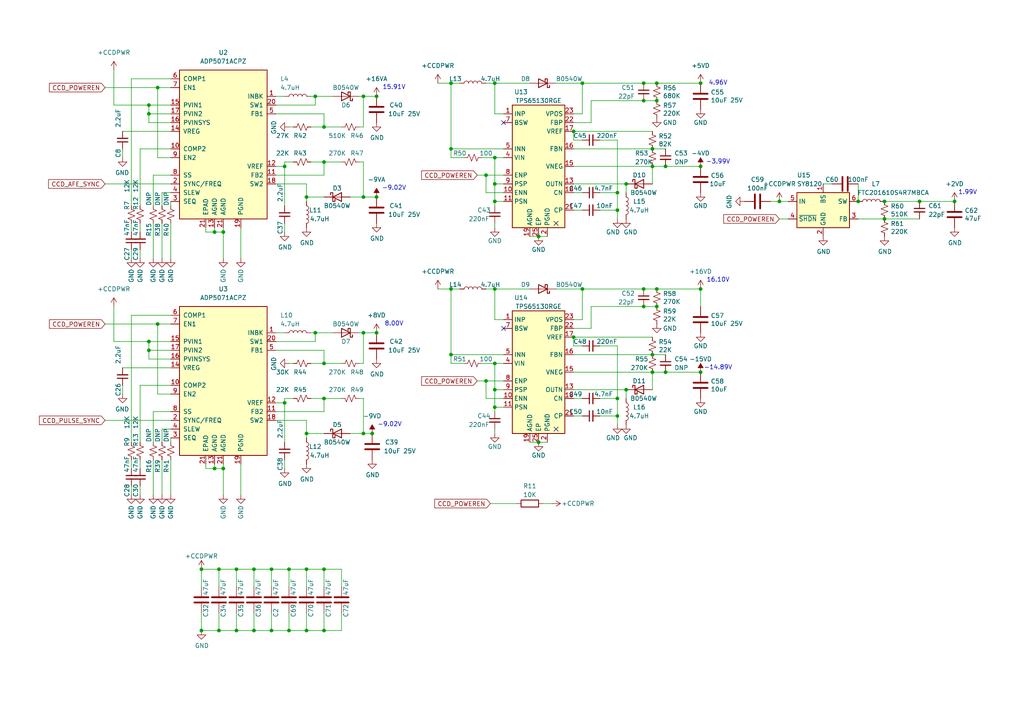
<source format=kicad_sch>
(kicad_sch (version 20231120) (generator "eeschema") (generator_version "8.0")
  (paper "A4")
  (title_block (title "Sitina 1 IO Board") (date "2024-03-08") (rev "R0.9") (company "Copyright 2024 Wenting Zhang, Anhang Li"))
  (junction (at 181.61 113.03))
  (junction (at 179.07 120.65))
  (junction (at 105.41 27.94))
  (junction (at 91.44 27.94))
  (junction (at 156.21 68.58))
  (junction (at 88.9 182.88))
  (junction (at 186.69 88.9))
  (junction (at 186.69 83.82))
  (junction (at 276.86 58.42))
  (junction (at 68.58 182.88))
  (junction (at 193.04 48.26))
  (junction (at 203.2 24.13))
  (junction (at 140.97 110.49))
  (junction (at 189.23 102.87))
  (junction (at 190.5 83.82))
  (junction (at 43.18 101.6))
  (junction (at 93.98 36.83))
  (junction (at 78.74 165.1))
  (junction (at 143.51 24.13))
  (junction (at 105.41 125.73))
  (junction (at 156.21 128.27))
  (junction (at 130.81 43.18))
  (junction (at 88.9 57.15))
  (junction (at 64.77 67.31))
  (junction (at 140.97 50.8))
  (junction (at 203.2 107.95))
  (junction (at 168.91 83.82))
  (junction (at 226.06 58.42))
  (junction (at 105.41 96.52))
  (junction (at 45.72 93.98))
  (junction (at 248.92 58.42))
  (junction (at 82.55 48.26))
  (junction (at 166.37 97.79))
  (junction (at 256.54 63.5))
  (junction (at 73.66 165.1))
  (junction (at 93.98 105.41))
  (junction (at 256.54 58.42))
  (junction (at 91.44 96.52))
  (junction (at 62.23 135.89))
  (junction (at 203.2 48.26))
  (junction (at 190.5 88.9))
  (junction (at 130.81 102.87))
  (junction (at 109.22 96.52))
  (junction (at 166.37 38.1))
  (junction (at 143.51 105.41))
  (junction (at 186.69 29.21))
  (junction (at 64.77 135.89))
  (junction (at 143.51 113.03))
  (junction (at 189.23 48.26))
  (junction (at 186.69 24.13))
  (junction (at 63.5 165.1))
  (junction (at 189.23 43.18))
  (junction (at 93.98 115.57))
  (junction (at 83.82 182.88))
  (junction (at 181.61 53.34))
  (junction (at 179.07 115.57))
  (junction (at 78.74 182.88))
  (junction (at 190.5 29.21))
  (junction (at 143.51 58.42))
  (junction (at 58.42 182.88))
  (junction (at 130.81 24.13))
  (junction (at 83.82 165.1))
  (junction (at 143.51 45.72))
  (junction (at 143.51 118.11))
  (junction (at 266.7 58.42))
  (junction (at 88.9 165.1))
  (junction (at 73.66 182.88))
  (junction (at 43.18 33.02))
  (junction (at 193.04 107.95))
  (junction (at 43.18 30.48))
  (junction (at 179.07 60.96))
  (junction (at 93.98 165.1))
  (junction (at 179.07 55.88))
  (junction (at 68.58 165.1))
  (junction (at 82.55 116.84))
  (junction (at 130.81 83.82))
  (junction (at 88.9 125.73))
  (junction (at 143.51 83.82))
  (junction (at 58.42 165.1))
  (junction (at 189.23 107.95))
  (junction (at 62.23 67.31))
  (junction (at 45.72 25.4))
  (junction (at 93.98 46.99))
  (junction (at 107.95 125.73))
  (junction (at 93.98 182.88))
  (junction (at 63.5 182.88))
  (junction (at 168.91 24.13))
  (junction (at 43.18 99.06))
  (junction (at 109.22 57.15))
  (junction (at 190.5 24.13))
  (junction (at 203.2 83.82))
  (junction (at 109.22 27.94))
  (junction (at 105.41 57.15))
  (junction (at 143.51 53.34))
  (no_connect (at 146.05 35.56))
  (no_connect (at 161.29 124.46))
  (no_connect (at 146.05 95.25))
  (no_connect (at 161.29 64.77))
  (wire (pts (xy 105.41 36.83) (xy 105.41 27.94)))
  (wire (pts (xy 58.42 165.1) (xy 58.42 170.18)))
  (wire (pts (xy 35.56 111.76) (xy 35.56 114.3)))
  (wire (pts (xy 88.9 125.73) (xy 88.9 121.92)))
  (wire (pts (xy 238.76 53.34) (xy 241.3 53.34)))
  (wire (pts (xy 166.37 40.64) (xy 166.37 38.1)))
  (wire (pts (xy 153.67 128.27) (xy 156.21 128.27)))
  (wire (pts (xy 168.91 83.82) (xy 168.91 92.71)))
  (wire (pts (xy 146.05 55.88) (xy 140.97 55.88)))
  (wire (pts (xy 138.43 110.49) (xy 140.97 110.49)))
  (wire (pts (xy 143.51 124.46) (xy 143.51 125.73)))
  (wire (pts (xy 189.23 107.95) (xy 189.23 113.03)))
  (wire (pts (xy 166.37 100.33) (xy 166.37 97.79)))
  (wire (pts (xy 59.69 66.04) (xy 59.69 67.31)))
  (wire (pts (xy 59.69 67.31) (xy 62.23 67.31)))
  (wire (pts (xy 44.45 128.27) (xy 44.45 119.38)))
  (wire (pts (xy 171.45 88.9) (xy 186.69 88.9)))
  (wire (pts (xy 143.51 118.11) (xy 143.51 119.38)))
  (wire (pts (xy 46.99 124.46) (xy 49.53 124.46)))
  (wire (pts (xy 143.51 113.03) (xy 143.51 118.11)))
  (wire (pts (xy 104.14 115.57) (xy 105.41 115.57)))
  (wire (pts (xy 166.37 60.96) (xy 168.91 60.96)))
  (wire (pts (xy 35.56 43.18) (xy 35.56 45.72)))
  (wire (pts (xy 88.9 125.73) (xy 93.98 125.73)))
  (wire (pts (xy 68.58 182.88) (xy 73.66 182.88)))
  (wire (pts (xy 90.17 36.83) (xy 93.98 36.83)))
  (wire (pts (xy 85.09 105.41) (xy 83.82 105.41)))
  (wire (pts (xy 161.29 24.13) (xy 168.91 24.13)))
  (wire (pts (xy 156.21 128.27) (xy 158.75 128.27)))
  (wire (pts (xy 30.48 121.92) (xy 49.53 121.92)))
  (wire (pts (xy 49.53 59.69) (xy 49.53 58.42)))
  (wire (pts (xy 49.53 25.4) (xy 45.72 25.4)))
  (wire (pts (xy 43.18 30.48) (xy 43.18 33.02)))
  (wire (pts (xy 93.98 101.6) (xy 80.01 101.6)))
  (wire (pts (xy 166.37 53.34) (xy 181.61 53.34)))
  (wire (pts (xy 153.67 83.82) (xy 143.51 83.82)))
  (wire (pts (xy 193.04 107.95) (xy 203.2 107.95)))
  (wire (pts (xy 130.81 102.87) (xy 146.05 102.87)))
  (wire (pts (xy 78.74 165.1) (xy 78.74 170.18)))
  (wire (pts (xy 173.99 100.33) (xy 179.07 100.33)))
  (wire (pts (xy 40.64 74.93) (xy 40.64 72.39)))
  (wire (pts (xy 166.37 92.71) (xy 168.91 92.71)))
  (wire (pts (xy 80.01 48.26) (xy 82.55 48.26)))
  (wire (pts (xy 130.81 105.41) (xy 130.81 102.87)))
  (wire (pts (xy 62.23 134.62) (xy 62.23 135.89)))
  (wire (pts (xy 40.64 128.27) (xy 40.64 111.76)))
  (wire (pts (xy 173.99 60.96) (xy 179.07 60.96)))
  (wire (pts (xy 143.51 45.72) (xy 146.05 45.72)))
  (wire (pts (xy 38.1 59.69) (xy 38.1 22.86)))
  (wire (pts (xy 90.17 96.52) (xy 91.44 96.52)))
  (wire (pts (xy 43.18 33.02) (xy 43.18 35.56)))
  (wire (pts (xy 38.1 22.86) (xy 49.53 22.86)))
  (wire (pts (xy 63.5 177.8) (xy 63.5 182.88)))
  (wire (pts (xy 58.42 165.1) (xy 63.5 165.1)))
  (wire (pts (xy 49.53 30.48) (xy 43.18 30.48)))
  (wire (pts (xy 45.72 114.3) (xy 49.53 114.3)))
  (wire (pts (xy 140.97 115.57) (xy 140.97 110.49)))
  (wire (pts (xy 193.04 48.26) (xy 203.2 48.26)))
  (wire (pts (xy 43.18 99.06) (xy 43.18 101.6)))
  (wire (pts (xy 88.9 121.92) (xy 80.01 121.92)))
  (wire (pts (xy 85.09 46.99) (xy 82.55 46.99)))
  (wire (pts (xy 80.01 50.8) (xy 93.98 50.8)))
  (wire (pts (xy 91.44 30.48) (xy 80.01 30.48)))
  (wire (pts (xy 68.58 165.1) (xy 73.66 165.1)))
  (wire (pts (xy 93.98 177.8) (xy 93.98 182.88)))
  (wire (pts (xy 179.07 100.33) (xy 179.07 115.57)))
  (wire (pts (xy 82.55 96.52) (xy 80.01 96.52)))
  (wire (pts (xy 82.55 64.77) (xy 82.55 67.31)))
  (wire (pts (xy 82.55 46.99) (xy 82.55 48.26)))
  (wire (pts (xy 88.9 177.8) (xy 88.9 182.88)))
  (wire (pts (xy 104.14 46.99) (xy 105.41 46.99)))
  (wire (pts (xy 91.44 96.52) (xy 91.44 99.06)))
  (wire (pts (xy 104.14 105.41) (xy 105.41 105.41)))
  (wire (pts (xy 203.2 88.9) (xy 203.2 83.82)))
  (wire (pts (xy 189.23 107.95) (xy 193.04 107.95)))
  (wire (pts (xy 40.64 59.69) (xy 40.64 43.18)))
  (wire (pts (xy 143.51 24.13) (xy 143.51 33.02)))
  (wire (pts (xy 44.45 119.38) (xy 49.53 119.38)))
  (wire (pts (xy 91.44 99.06) (xy 80.01 99.06)))
  (wire (pts (xy 85.09 36.83) (xy 83.82 36.83)))
  (wire (pts (xy 78.74 182.88) (xy 83.82 182.88)))
  (wire (pts (xy 68.58 177.8) (xy 68.58 182.88)))
  (wire (pts (xy 166.37 97.79) (xy 189.23 97.79)))
  (wire (pts (xy 168.91 24.13) (xy 186.69 24.13)))
  (wire (pts (xy 166.37 38.1) (xy 189.23 38.1)))
  (wire (pts (xy 153.67 24.13) (xy 143.51 24.13)))
  (wire (pts (xy 73.66 177.8) (xy 73.66 182.88)))
  (wire (pts (xy 179.07 55.88) (xy 179.07 60.96)))
  (wire (pts (xy 179.07 115.57) (xy 179.07 120.65)))
  (wire (pts (xy 69.85 134.62) (xy 69.85 143.51)))
  (wire (pts (xy 73.66 170.18) (xy 73.66 165.1)))
  (wire (pts (xy 173.99 115.57) (xy 179.07 115.57)))
  (wire (pts (xy 173.99 120.65) (xy 179.07 120.65)))
  (wire (pts (xy 99.06 165.1) (xy 99.06 170.18)))
  (wire (pts (xy 266.7 58.42) (xy 276.86 58.42)))
  (wire (pts (xy 46.99 64.77) (xy 46.99 74.93)))
  (wire (pts (xy 189.23 48.26) (xy 193.04 48.26)))
  (wire (pts (xy 93.98 170.18) (xy 93.98 165.1)))
  (wire (pts (xy 130.81 24.13) (xy 130.81 43.18)))
  (wire (pts (xy 166.37 115.57) (xy 168.91 115.57)))
  (wire (pts (xy 186.69 24.13) (xy 190.5 24.13)))
  (wire (pts (xy 256.54 58.42) (xy 266.7 58.42)))
  (wire (pts (xy 105.41 96.52) (xy 109.22 96.52)))
  (wire (pts (xy 88.9 58.42) (xy 88.9 57.15)))
  (wire (pts (xy 49.53 104.14) (xy 43.18 104.14)))
  (wire (pts (xy 85.09 115.57) (xy 82.55 115.57)))
  (wire (pts (xy 30.48 93.98) (xy 45.72 93.98)))
  (wire (pts (xy 44.45 59.69) (xy 44.45 50.8)))
  (wire (pts (xy 88.9 53.34) (xy 80.01 53.34)))
  (wire (pts (xy 93.98 33.02) (xy 80.01 33.02)))
  (wire (pts (xy 62.23 67.31) (xy 64.77 67.31)))
  (wire (pts (xy 142.24 146.05) (xy 149.86 146.05)))
  (wire (pts (xy 64.77 66.04) (xy 64.77 67.31)))
  (wire (pts (xy 181.61 53.34) (xy 181.61 55.88)))
  (wire (pts (xy 140.97 83.82) (xy 143.51 83.82)))
  (wire (pts (xy 130.81 45.72) (xy 134.62 45.72)))
  (wire (pts (xy 58.42 177.8) (xy 58.42 182.88)))
  (wire (pts (xy 33.02 99.06) (xy 43.18 99.06)))
  (wire (pts (xy 35.56 106.68) (xy 49.53 106.68)))
  (wire (pts (xy 49.53 128.27) (xy 49.53 127)))
  (wire (pts (xy 82.55 133.35) (xy 82.55 135.89)))
  (wire (pts (xy 105.41 125.73) (xy 107.95 125.73)))
  (wire (pts (xy 49.53 35.56) (xy 43.18 35.56)))
  (wire (pts (xy 248.92 53.34) (xy 248.92 58.42)))
  (wire (pts (xy 186.69 83.82) (xy 190.5 83.82)))
  (wire (pts (xy 90.17 27.94) (xy 91.44 27.94)))
  (wire (pts (xy 146.05 58.42) (xy 143.51 58.42)))
  (wire (pts (xy 43.18 33.02) (xy 49.53 33.02)))
  (wire (pts (xy 189.23 43.18) (xy 193.04 43.18)))
  (wire (pts (xy 101.6 57.15) (xy 105.41 57.15)))
  (wire (pts (xy 189.23 48.26) (xy 189.23 53.34)))
  (wire (pts (xy 143.51 64.77) (xy 143.51 66.04)))
  (wire (pts (xy 166.37 120.65) (xy 168.91 120.65)))
  (wire (pts (xy 146.05 115.57) (xy 140.97 115.57)))
  (wire (pts (xy 40.64 67.31) (xy 40.64 64.77)))
  (wire (pts (xy 166.37 43.18) (xy 189.23 43.18)))
  (wire (pts (xy 105.41 105.41) (xy 105.41 96.52)))
  (wire (pts (xy 82.55 27.94) (xy 80.01 27.94)))
  (wire (pts (xy 64.77 67.31) (xy 64.77 74.93)))
  (wire (pts (xy 186.69 29.21) (xy 190.5 29.21)))
  (wire (pts (xy 190.5 24.13) (xy 203.2 24.13)))
  (wire (pts (xy 78.74 177.8) (xy 78.74 182.88)))
  (wire (pts (xy 143.51 58.42) (xy 143.51 59.69)))
  (wire (pts (xy 30.48 25.4) (xy 45.72 25.4)))
  (wire (pts (xy 63.5 182.88) (xy 68.58 182.88)))
  (wire (pts (xy 171.45 29.21) (xy 186.69 29.21)))
  (wire (pts (xy 93.98 182.88) (xy 99.06 182.88)))
  (wire (pts (xy 73.66 165.1) (xy 78.74 165.1)))
  (wire (pts (xy 88.9 57.15) (xy 88.9 53.34)))
  (wire (pts (xy 93.98 115.57) (xy 99.06 115.57)))
  (wire (pts (xy 46.99 59.69) (xy 46.99 55.88)))
  (wire (pts (xy 171.45 95.25) (xy 171.45 88.9)))
  (wire (pts (xy 62.23 135.89) (xy 64.77 135.89)))
  (wire (pts (xy 46.99 133.35) (xy 46.99 143.51)))
  (wire (pts (xy 43.18 101.6) (xy 43.18 104.14)))
  (wire (pts (xy 44.45 64.77) (xy 44.45 74.93)))
  (wire (pts (xy 139.7 45.72) (xy 143.51 45.72)))
  (wire (pts (xy 63.5 165.1) (xy 68.58 165.1)))
  (wire (pts (xy 166.37 107.95) (xy 189.23 107.95)))
  (wire (pts (xy 38.1 135.89) (xy 38.1 133.35)))
  (wire (pts (xy 83.82 165.1) (xy 88.9 165.1)))
  (wire (pts (xy 30.48 53.34) (xy 49.53 53.34)))
  (wire (pts (xy 105.41 46.99) (xy 105.41 57.15)))
  (wire (pts (xy 166.37 48.26) (xy 189.23 48.26)))
  (wire (pts (xy 44.45 50.8) (xy 49.53 50.8)))
  (wire (pts (xy 139.7 105.41) (xy 143.51 105.41)))
  (wire (pts (xy 91.44 27.94) (xy 96.52 27.94)))
  (wire (pts (xy 105.41 27.94) (xy 109.22 27.94)))
  (wire (pts (xy 40.64 111.76) (xy 49.53 111.76)))
  (wire (pts (xy 80.01 116.84) (xy 82.55 116.84)))
  (wire (pts (xy 104.14 36.83) (xy 105.41 36.83)))
  (wire (pts (xy 166.37 102.87) (xy 189.23 102.87)))
  (wire (pts (xy 186.69 88.9) (xy 190.5 88.9)))
  (wire (pts (xy 173.99 40.64) (xy 179.07 40.64)))
  (wire (pts (xy 45.72 93.98) (xy 45.72 114.3)))
  (wire (pts (xy 91.44 27.94) (xy 91.44 30.48)))
  (wire (pts (xy 140.97 50.8) (xy 146.05 50.8)))
  (wire (pts (xy 69.85 66.04) (xy 69.85 74.93)))
  (wire (pts (xy 179.07 40.64) (xy 179.07 55.88)))
  (wire (pts (xy 73.66 182.88) (xy 78.74 182.88)))
  (wire (pts (xy 143.51 33.02) (xy 146.05 33.02)))
  (wire (pts (xy 168.91 40.64) (xy 166.37 40.64)))
  (wire (pts (xy 93.98 46.99) (xy 99.06 46.99)))
  (wire (pts (xy 181.61 113.03) (xy 181.61 115.57)))
  (wire (pts (xy 93.98 46.99) (xy 93.98 50.8)))
  (wire (pts (xy 171.45 35.56) (xy 171.45 29.21)))
  (wire (pts (xy 93.98 36.83) (xy 99.06 36.83)))
  (wire (pts (xy 78.74 165.1) (xy 83.82 165.1)))
  (wire (pts (xy 82.55 116.84) (xy 82.55 128.27)))
  (wire (pts (xy 38.1 91.44) (xy 49.53 91.44)))
  (wire (pts (xy 90.17 105.41) (xy 93.98 105.41)))
  (wire (pts (xy 38.1 67.31) (xy 38.1 64.77)))
  (wire (pts (xy 83.82 182.88) (xy 88.9 182.88)))
  (wire (pts (xy 38.1 143.51) (xy 38.1 140.97)))
  (wire (pts (xy 104.14 96.52) (xy 105.41 96.52)))
  (wire (pts (xy 93.98 105.41) (xy 99.06 105.41)))
  (wire (pts (xy 46.99 128.27) (xy 46.99 124.46)))
  (wire (pts (xy 223.52 58.42) (xy 226.06 58.42)))
  (wire (pts (xy 153.67 68.58) (xy 156.21 68.58)))
  (wire (pts (xy 127 83.82) (xy 130.81 83.82)))
  (wire (pts (xy 64.77 135.89) (xy 64.77 143.51)))
  (wire (pts (xy 38.1 74.93) (xy 38.1 72.39)))
  (wire (pts (xy 143.51 105.41) (xy 143.51 113.03)))
  (wire (pts (xy 59.69 134.62) (xy 59.69 135.89)))
  (wire (pts (xy 91.44 96.52) (xy 96.52 96.52)))
  (wire (pts (xy 228.6 63.5) (xy 226.06 63.5)))
  (wire (pts (xy 90.17 115.57) (xy 93.98 115.57)))
  (wire (pts (xy 138.43 50.8) (xy 140.97 50.8)))
  (wire (pts (xy 130.81 83.82) (xy 130.81 102.87)))
  (wire (pts (xy 166.37 95.25) (xy 171.45 95.25)))
  (wire (pts (xy 93.98 115.57) (xy 93.98 119.38)))
  (wire (pts (xy 130.81 105.41) (xy 134.62 105.41)))
  (wire (pts (xy 248.92 63.5) (xy 256.54 63.5)))
  (wire (pts (xy 93.98 101.6) (xy 93.98 105.41)))
  (wire (pts (xy 143.51 92.71) (xy 146.05 92.71)))
  (wire (pts (xy 49.53 133.35) (xy 49.53 143.51)))
  (wire (pts (xy 104.14 27.94) (xy 105.41 27.94)))
  (wire (pts (xy 156.21 68.58) (xy 158.75 68.58)))
  (wire (pts (xy 82.55 115.57) (xy 82.55 116.84)))
  (wire (pts (xy 173.99 55.88) (xy 179.07 55.88)))
  (wire (pts (xy 35.56 38.1) (xy 49.53 38.1)))
  (wire (pts (xy 33.02 30.48) (xy 43.18 30.48)))
  (wire (pts (xy 168.91 100.33) (xy 166.37 100.33)))
  (wire (pts (xy 63.5 170.18) (xy 63.5 165.1)))
  (wire (pts (xy 189.23 102.87) (xy 193.04 102.87)))
  (wire (pts (xy 130.81 43.18) (xy 146.05 43.18)))
  (wire (pts (xy 143.51 105.41) (xy 146.05 105.41)))
  (wire (pts (xy 226.06 58.42) (xy 228.6 58.42)))
  (wire (pts (xy 40.64 135.89) (xy 40.64 133.35)))
  (wire (pts (xy 157.48 146.05) (xy 160.02 146.05)))
  (wire (pts (xy 93.98 165.1) (xy 99.06 165.1)))
  (wire (pts (xy 93.98 33.02) (xy 93.98 36.83)))
  (wire (pts (xy 40.64 143.51) (xy 40.64 140.97)))
  (wire (pts (xy 140.97 110.49) (xy 146.05 110.49)))
  (wire (pts (xy 140.97 55.88) (xy 140.97 50.8)))
  (wire (pts (xy 99.06 177.8) (xy 99.06 182.88)))
  (wire (pts (xy 64.77 134.62) (xy 64.77 135.89)))
  (wire (pts (xy 88.9 170.18) (xy 88.9 165.1)))
  (wire (pts (xy 45.72 45.72) (xy 49.53 45.72)))
  (wire (pts (xy 83.82 170.18) (xy 83.82 165.1)))
  (wire (pts (xy 38.1 128.27) (xy 38.1 91.44)))
  (wire (pts (xy 143.51 83.82) (xy 143.51 92.71)))
  (wire (pts (xy 130.81 83.82) (xy 133.35 83.82)))
  (wire (pts (xy 58.42 182.88) (xy 63.5 182.88)))
  (wire (pts (xy 166.37 55.88) (xy 168.91 55.88)))
  (wire (pts (xy 166.37 35.56) (xy 171.45 35.56)))
  (wire (pts (xy 88.9 127) (xy 88.9 125.73)))
  (wire (pts (xy 46.99 55.88) (xy 49.53 55.88)))
  (wire (pts (xy 143.51 53.34) (xy 143.51 58.42)))
  (wire (pts (xy 49.53 93.98) (xy 45.72 93.98)))
  (wire (pts (xy 82.55 48.26) (xy 82.55 59.69)))
  (wire (pts (xy 161.29 83.82) (xy 168.91 83.82)))
  (wire (pts (xy 143.51 53.34) (xy 146.05 53.34)))
  (wire (pts (xy 130.81 45.72) (xy 130.81 43.18)))
  (wire (pts (xy 83.82 177.8) (xy 83.82 182.88)))
  (wire (pts (xy 62.23 66.04) (xy 62.23 67.31)))
  (wire (pts (xy 101.6 125.73) (xy 105.41 125.73)))
  (wire (pts (xy 168.91 33.02) (xy 168.91 24.13)))
  (wire (pts (xy 105.41 57.15) (xy 109.22 57.15)))
  (wire (pts (xy 190.5 83.82) (xy 203.2 83.82)))
  (wire (pts (xy 43.18 101.6) (xy 49.53 101.6)))
  (wire (pts (xy 143.51 45.72) (xy 143.51 53.34)))
  (wire (pts (xy 59.69 135.89) (xy 62.23 135.89)))
  (wire (pts (xy 88.9 165.1) (xy 93.98 165.1)))
  (wire (pts (xy 127 24.13) (xy 130.81 24.13)))
  (wire (pts (xy 49.53 99.06) (xy 43.18 99.06)))
  (wire (pts (xy 179.07 60.96) (xy 179.07 63.5)))
  (wire (pts (xy 33.02 88.9) (xy 33.02 99.06)))
  (wire (pts (xy 146.05 118.11) (xy 143.51 118.11)))
  (wire (pts (xy 130.81 24.13) (xy 133.35 24.13)))
  (wire (pts (xy 40.64 43.18) (xy 49.53 43.18)))
  (wire (pts (xy 68.58 170.18) (xy 68.58 165.1)))
  (wire (pts (xy 105.41 115.57) (xy 105.41 125.73)))
  (wire (pts (xy 33.02 20.32) (xy 33.02 30.48)))
  (wire (pts (xy 166.37 33.02) (xy 168.91 33.02)))
  (wire (pts (xy 90.17 46.99) (xy 93.98 46.99)))
  (wire (pts (xy 256.54 63.5) (xy 266.7 63.5)))
  (wire (pts (xy 166.37 113.03) (xy 181.61 113.03)))
  (wire (pts (xy 44.45 133.35) (xy 44.45 143.51)))
  (wire (pts (xy 179.07 120.65) (xy 179.07 123.19)))
  (wire (pts (xy 80.01 119.38) (xy 93.98 119.38)))
  (wire (pts (xy 49.53 64.77) (xy 49.53 74.93)))
  (wire (pts (xy 140.97 24.13) (xy 143.51 24.13)))
  (wire (pts (xy 88.9 182.88) (xy 93.98 182.88)))
  (wire (pts (xy 143.51 113.03) (xy 146.05 113.03)))
  (wire (pts (xy 45.72 25.4) (xy 45.72 45.72)))
  (wire (pts (xy 168.91 83.82) (xy 186.69 83.82)))
  (wire (pts (xy 88.9 57.15) (xy 93.98 57.15)))
  (text "-3.99V" (at 208.28 46.99 0) (effects (font (size 1.27 1.27))))
  (text "15.91V" (at 114.3 25.4 0) (effects (font (size 1.27 1.27))))
  (text "8.00V" (at 114.3 93.98 0) (effects (font (size 1.27 1.27))))
  (text "4.96V" (at 208.28 24.13 0) (effects (font (size 1.27 1.27))))
  (text "-14.89V" (at 208.28 106.68 0) (effects (font (size 1.27 1.27))))
  (text "-9.02V" (at 114.3 54.61 0) (effects (font (size 1.27 1.27))))
  (text "-9.02V" (at 113.03 123.19 0) (effects (font (size 1.27 1.27))))
  (text "1.99V" (at 280.67 55.88 0) (effects (font (size 1.27 1.27))))
  (text "16.10V" (at 208.28 81.28 0) (effects (font (size 1.27 1.27))))
  (global_label "CCD_POWEREN" (shape input) (at 30.48 25.4 180) (property "Intersheetrefs" "${INTERSHEET_REFS}" (effects (hide yes))))
  (global_label "CCD_POWEREN" (shape input) (at 226.06 63.5 180) (property "Intersheetrefs" "${INTERSHEET_REFS}" (effects (hide yes))))
  (global_label "CCD_AFE_SYNC" (shape input) (at 30.48 53.34 180) (property "Intersheetrefs" "${INTERSHEET_REFS}" (effects (hide yes))))
  (global_label "CCD_POWEREN" (shape input) (at 30.48 93.98 180) (property "Intersheetrefs" "${INTERSHEET_REFS}" (effects (hide yes))))
  (global_label "CCD_PULSE_SYNC" (shape input) (at 30.48 121.92 180) (property "Intersheetrefs" "${INTERSHEET_REFS}" (effects (hide yes))))
  (global_label "CCD_POWEREN" (shape input) (at 142.24 146.05 180) (property "Intersheetrefs" "${INTERSHEET_REFS}" (effects (hide yes))))
  (global_label "CCD_POWEREN" (shape input) (at 138.43 110.49 180) (property "Intersheetrefs" "${INTERSHEET_REFS}" (effects (hide yes))))
  (global_label "CCD_POWEREN" (shape input) (at 138.43 50.8 180) (property "Intersheetrefs" "${INTERSHEET_REFS}" (effects (hide yes))))
  (symbol (lib_id "Device:R_Small_US") (at 189.23 40.64 0) (unit 1)
    (property "Reference" "R52" (at 191.008 39.4716 0) (effects (justify left)))
    (property "Value" "82K" (at 191.008 41.783 0) (effects (justify left)))
    (property "Footprint" "Resistor_SMD:R_0402_1005Metric" (effects (hide yes)))
  )
  (symbol (lib_id "power:GND") (at 215.9 58.42 270) (unit 1)
    (property "Reference" "#PWR0147" (effects (hide yes)))
    (property "Value" "GND" (at 211.5058 58.547 0))
  )
  (symbol (lib_id "Device:C_Small") (at 143.51 121.92 0) (unit 1)
    (property "Reference" "C44" (at 138.43 120.65 0) (effects (justify left)))
    (property "Value" "220nF" (at 135.89 123.19 0) (effects (justify left)))
    (property "Footprint" "Capacitor_SMD:C_0402_1005Metric" (effects (hide yes)))
  )
  (symbol (lib_id "Device:C") (at 219.71 58.42 90) (unit 1)
    (property "Reference" "C59" (at 219.71 52.07 90))
    (property "Value" "100nF" (at 219.71 54.61 90))
    (property "Footprint" "Capacitor_SMD:C_0402_1005Metric" (effects (hide yes)))
  )
  (symbol (lib_id "symbols:ADP5071ACPZ") (at 64.77 43.18 0) (unit 1)
    (property "Reference" "U2" (at 64.77 15.24 0))
    (property "Value" "ADP5071ACPZ" (at 64.77 17.78 0))
    (property "Footprint" "Package_CSP:LFCSP-20-1EP_4x4mm_P0.5mm_EP2.6x2.6mm_ThermalVias" (effects (hide yes)))
    (property "Datasheet" "https://www.analog.com/media/en/technical-documentation/data-sheets/ADP5071.pdf" (effects (hide yes)))
  )
  (symbol (lib_id "Device:R_Small_US") (at 189.23 100.33 0) (unit 1)
    (property "Reference" "R54" (at 191.008 99.1616 0) (effects (justify left)))
    (property "Value" "22K" (at 191.008 101.473 0) (effects (justify left)))
    (property "Footprint" "Resistor_SMD:R_0402_1005Metric" (effects (hide yes)))
  )
  (symbol (lib_id "Device:R_Small_US") (at 256.54 60.96 0) (unit 1)
    (property "Reference" "R60" (at 258.318 59.7916 0) (effects (justify left)))
    (property "Value" "510K" (at 258.318 62.103 0) (effects (justify left)))
    (property "Footprint" "Resistor_SMD:R_0402_1005Metric" (effects (hide yes)))
  )
  (symbol (lib_id "Device:C_Small") (at 171.45 60.96 90) (mirror x) (unit 1)
    (property "Reference" "C47" (at 168.91 59.69 90) (effects (justify left)))
    (property "Value" "10nF" (at 177.8 59.69 90) (effects (justify left)))
    (property "Footprint" "Capacitor_SMD:C_0402_1005Metric" (effects (hide yes)))
  )
  (symbol (lib_id "Device:R_Small_US") (at 190.5 26.67 0) (unit 1)
    (property "Reference" "R56" (at 192.278 25.5016 0) (effects (justify left)))
    (property "Value" "680K" (at 192.278 27.813 0) (effects (justify left)))
    (property "Footprint" "Resistor_SMD:R_0402_1005Metric" (effects (hide yes)))
  )
  (symbol (lib_id "power:GND") (at 109.22 35.56 0) (unit 1)
    (property "Reference" "#PWR050" (effects (hide yes)))
    (property "Value" "GND" (at 109.347 39.9542 0))
  )
  (symbol (lib_id "Device:C") (at 73.66 173.99 0) (mirror y) (unit 1)
    (property "Reference" "C36" (at 74.93 179.07 90) (effects (justify left)))
    (property "Value" "47uF" (at 74.93 172.72 90) (effects (justify left)))
    (property "Footprint" "Capacitor_SMD:C_0805_2012Metric" (effects (hide yes)))
  )
  (symbol (lib_id "symbols:SY8120") (at 238.76 60.96 0) (unit 1)
    (property "Reference" "U15" (at 231.14 50.8 0) (effects (justify left)))
    (property "Value" "SY8120" (at 231.14 53.34 0) (effects (justify left)))
    (property "Footprint" "Package_TO_SOT_SMD:TSOT-23-6" (effects (hide yes)))
  )
  (symbol (lib_id "Regulator_Switching:TPS65130RGE") (at 156.21 48.26 0) (unit 1)
    (property "Reference" "U13" (at 151.13 26.67 0))
    (property "Value" "TPS65130RGE" (at 156.21 29.21 0))
    (property "Footprint" "footprints:VQFN-24-1EP_4x4mm_P0.5mm_EP2.45x2.45mm_0.3ThermalVias" (effects (hide yes)))
    (property "Datasheet" "http://www.ti.com/lit/ds/symlink/tps65130.pdf" (effects (hide yes)))
  )
  (symbol (lib_id "Device:L") (at 86.36 96.52 270) (mirror x) (unit 1)
    (property "Reference" "L10" (at 81.28 91.44 90) (effects (justify left)))
    (property "Value" "4.7uH" (at 81.28 93.98 90) (effects (justify left)))
    (property "Footprint" "footprints:L_1212" (effects (hide yes)))
  )
  (symbol (lib_id "power:GND") (at 156.21 68.58 0) (mirror y) (unit 1)
    (property "Reference" "#PWR058" (effects (hide yes)))
    (property "Value" "GND" (at 156.21 72.39 0))
  )
  (symbol (lib_id "power:GND") (at 82.55 135.89 0) (unit 1)
    (property "Reference" "#PWR044" (effects (hide yes)))
    (property "Value" "GND" (at 82.677 140.2842 0))
  )
  (symbol (lib_id "Device:C") (at 203.2 92.71 0) (unit 1)
    (property "Reference" "C57" (at 206.121 91.5416 0) (effects (justify left)))
    (property "Value" "10uF 25V" (at 206.121 93.853 0) (effects (justify left)))
    (property "Footprint" "Capacitor_SMD:C_0805_2012Metric" (effects (hide yes)))
  )
  (symbol (lib_id "Device:L") (at 88.9 62.23 0) (mirror x) (unit 1)
    (property "Reference" "L11" (at 91.44 60.96 0))
    (property "Value" "4.7uH" (at 92.71 63.5 0))
    (property "Footprint" "footprints:L_1212" (effects (hide yes)))
  )
  (symbol (lib_id "Device:C_Small") (at 143.51 62.23 0) (unit 1)
    (property "Reference" "C43" (at 138.43 60.96 0) (effects (justify left)))
    (property "Value" "220nF" (at 135.89 63.5 0) (effects (justify left)))
    (property "Footprint" "Capacitor_SMD:C_0402_1005Metric" (effects (hide yes)))
  )
  (symbol (lib_id "Device:C_Small") (at 38.1 69.85 180) (unit 1)
    (property "Reference" "C27" (at 36.83 73.66 90))
    (property "Value" "47nF" (at 36.83 66.04 90))
    (property "Footprint" "Capacitor_SMD:C_0402_1005Metric" (effects (hide yes)))
  )
  (symbol (lib_id "Device:R_Small_US") (at 38.1 62.23 0) (unit 1)
    (property "Reference" "R7" (at 36.83 60.96 90) (effects (justify left)))
    (property "Value" "12K" (at 36.83 55.88 90) (effects (justify left)))
    (property "Footprint" "Resistor_SMD:R_0402_1005Metric" (effects (hide yes)))
  )
  (symbol (lib_id "Device:L") (at 252.73 58.42 90) (unit 1)
    (property "Reference" "L7" (at 254 53.34 90))
    (property "Value" "FTC201610S4R7MBCA" (at 259.08 55.88 90))
    (property "Footprint" "Inductor_SMD:L_Murata_DFE201610P" (effects (hide yes)))
  )
  (symbol (lib_id "power:GND") (at 46.99 143.51 0) (mirror y) (unit 1)
    (property "Reference" "#PWR034" (effects (hide yes)))
    (property "Value" "GND" (at 46.99 148.59 90))
  )
  (symbol (lib_id "symbols:ADP5071ACPZ") (at 64.77 111.76 0) (unit 1)
    (property "Reference" "U3" (at 64.77 83.82 0))
    (property "Value" "ADP5071ACPZ" (at 64.77 86.36 0))
    (property "Footprint" "Package_CSP:LFCSP-20-1EP_4x4mm_P0.5mm_EP2.6x2.6mm_ThermalVias" (effects (hide yes)))
    (property "Datasheet" "https://www.analog.com/media/en/technical-documentation/data-sheets/ADP5071.pdf" (effects (hide yes)))
  )
  (symbol (lib_id "Device:C_Small") (at 171.45 120.65 90) (mirror x) (unit 1)
    (property "Reference" "C50" (at 168.91 119.38 90) (effects (justify left)))
    (property "Value" "10nF" (at 177.8 119.38 90) (effects (justify left)))
    (property "Footprint" "Capacitor_SMD:C_0402_1005Metric" (effects (hide yes)))
  )
  (symbol (lib_id "Device:C_Small") (at 40.64 69.85 180) (unit 1)
    (property "Reference" "C29" (at 39.37 73.66 90))
    (property "Value" "47nF" (at 39.37 66.04 90))
    (property "Footprint" "Capacitor_SMD:C_0402_1005Metric" (effects (hide yes)))
  )
  (symbol (lib_id "power:GND") (at 64.77 143.51 0) (mirror y) (unit 1)
    (property "Reference" "#PWR040" (effects (hide yes)))
    (property "Value" "GND" (at 64.77 148.59 90))
  )
  (symbol (lib_id "power:GND") (at 82.55 67.31 0) (unit 1)
    (property "Reference" "#PWR043" (effects (hide yes)))
    (property "Value" "GND" (at 82.677 71.7042 0))
  )
  (symbol (lib_id "power:GND") (at 276.86 66.04 0) (unit 1)
    (property "Reference" "#PWR0152" (effects (hide yes)))
    (property "Value" "GND" (at 276.987 70.4342 0))
  )
  (symbol (lib_id "Device:L") (at 181.61 119.38 0) (mirror x) (unit 1)
    (property "Reference" "L16" (at 185.42 118.11 0))
    (property "Value" "4.7uH" (at 185.42 120.65 0))
    (property "Footprint" "footprints:L_1212" (effects (hide yes)))
  )
  (symbol (lib_id "Device:R_Small_US") (at 40.64 130.81 0) (unit 1)
    (property "Reference" "R13" (at 39.37 129.54 90) (effects (justify left)))
    (property "Value" "12K" (at 39.37 124.46 90) (effects (justify left)))
    (property "Footprint" "Resistor_SMD:R_0402_1005Metric" (effects (hide yes)))
  )
  (symbol (lib_id "Device:C") (at 109.22 60.96 0) (mirror y) (unit 1)
    (property "Reference" "C41" (at 116.84 59.69 0) (effects (justify left)))
    (property "Value" "10uF 25V" (at 121.92 62.23 0) (effects (justify left)))
    (property "Footprint" "Capacitor_SMD:C_0805_2012Metric" (effects (hide yes)))
  )
  (symbol (lib_id "power:VEE") (at 203.2 107.95 0) (unit 1)
    (property "Reference" "#PWR0162" (effects (hide yes)))
    (property "Value" "-15VD" (at 203.2 104.14 0))
    (property "Description" "Power symbol creates a global label with name \"VEE\"" (effects (hide yes)))
  )
  (symbol (lib_id "Device:C") (at 245.11 53.34 270) (unit 1)
    (property "Reference" "C60" (at 241.3 52.07 90))
    (property "Value" "100nF" (at 248.92 52.07 90))
    (property "Footprint" "Capacitor_SMD:C_0402_1005Metric" (effects (hide yes)))
  )
  (symbol (lib_id "Regulator_Switching:TPS65130RGE") (at 156.21 107.95 0) (unit 1)
    (property "Reference" "U14" (at 151.13 86.36 0))
    (property "Value" "TPS65130RGE" (at 156.21 88.9 0))
    (property "Footprint" "footprints:VQFN-24-1EP_4x4mm_P0.5mm_EP2.45x2.45mm_0.3ThermalVias" (effects (hide yes)))
    (property "Datasheet" "http://www.ti.com/lit/ds/symlink/tps65130.pdf" (effects (hide yes)))
  )
  (symbol (lib_id "Device:C") (at 203.2 27.94 0) (unit 1)
    (property "Reference" "C55" (at 206.121 26.7716 0) (effects (justify left)))
    (property "Value" "10uF 25V" (at 206.121 29.083 0) (effects (justify left)))
    (property "Footprint" "Capacitor_SMD:C_0805_2012Metric" (effects (hide yes)))
  )
  (symbol (lib_id "power:GND") (at 107.95 133.35 0) (unit 1)
    (property "Reference" "#PWR049" (effects (hide yes)))
    (property "Value" "GND" (at 108.077 137.7442 0))
  )
  (symbol (lib_id "power:GND") (at 179.07 63.5 0) (mirror y) (unit 1)
    (property "Reference" "#PWR061" (effects (hide yes)))
    (property "Value" "GND" (at 177.8 67.31 0))
  )
  (symbol (lib_id "Device:R_Small_US") (at 46.99 130.81 0) (unit 1)
    (property "Reference" "R39" (at 45.72 137.16 90) (effects (justify left)))
    (property "Value" "DNP" (at 45.72 128.27 90) (effects (justify left)))
    (property "Footprint" "Resistor_SMD:R_0402_1005Metric" (effects (hide yes)))
  )
  (symbol (lib_id "Device:C") (at 109.22 100.33 0) (mirror y) (unit 1)
    (property "Reference" "C42" (at 116.84 99.06 0) (effects (justify left)))
    (property "Value" "10uF 25V" (at 121.92 101.6 0) (effects (justify left)))
    (property "Footprint" "Capacitor_SMD:C_0805_2012Metric" (effects (hide yes)))
  )
  (symbol (lib_id "power:GND") (at 181.61 123.19 0) (mirror y) (unit 1)
    (property "Reference" "#PWR0115" (effects (hide yes)))
    (property "Value" "GND" (at 182.88 127 0))
  )
  (symbol (lib_id "Device:R_Small_US") (at 190.5 91.44 0) (unit 1)
    (property "Reference" "R59" (at 192.278 90.2716 0) (effects (justify left)))
    (property "Value" "22K" (at 192.278 92.583 0) (effects (justify left)))
    (property "Footprint" "Resistor_SMD:R_0402_1005Metric" (effects (hide yes)))
  )
  (symbol (lib_id "Device:R_Small_US") (at 46.99 62.23 0) (unit 1)
    (property "Reference" "R38" (at 45.72 68.58 90) (effects (justify left)))
    (property "Value" "DNP" (at 45.72 59.69 90) (effects (justify left)))
    (property "Footprint" "Resistor_SMD:R_0402_1005Metric" (effects (hide yes)))
  )
  (symbol (lib_id "Device:C_Small") (at 266.7 60.96 0) (unit 1)
    (property "Reference" "C61" (at 269.24 59.69 0) (effects (justify left)))
    (property "Value" "22pF" (at 269.24 62.23 0) (effects (justify left)))
    (property "Footprint" "Capacitor_SMD:C_0402_1005Metric" (effects (hide yes)))
  )
  (symbol (lib_id "Device:R_Small_US") (at 38.1 130.81 0) (unit 1)
    (property "Reference" "R9" (at 36.83 129.54 90) (effects (justify left)))
    (property "Value" "12K" (at 36.83 124.46 90) (effects (justify left)))
    (property "Footprint" "Resistor_SMD:R_0402_1005Metric" (effects (hide yes)))
  )
  (symbol (lib_id "Device:C") (at 68.58 173.99 0) (mirror y) (unit 1)
    (property "Reference" "C35" (at 69.85 179.07 90) (effects (justify left)))
    (property "Value" "47uF" (at 69.85 172.72 90) (effects (justify left)))
    (property "Footprint" "Capacitor_SMD:C_0805_2012Metric" (effects (hide yes)))
  )
  (symbol (lib_id "Device:R") (at 153.67 146.05 270) (mirror x) (unit 1)
    (property "Reference" "R11" (at 153.67 140.97 90))
    (property "Value" "10K" (at 153.67 143.51 90))
    (property "Footprint" "Resistor_SMD:R_0402_1005Metric" (effects (hide yes)))
  )
  (symbol (lib_id "power:GND") (at 109.22 104.14 0) (unit 1)
    (property "Reference" "#PWR052" (effects (hide yes)))
    (property "Value" "GND" (at 109.347 108.5342 0))
  )
  (symbol (lib_id "power:VDC") (at 203.2 83.82 0) (unit 1)
    (property "Reference" "#PWR0148" (effects (hide yes)))
    (property "Value" "+16VD" (at 203.2 78.74 0))
    (property "Description" "Power symbol creates a global label with name \"VDC\"" (effects (hide yes)))
  )
  (symbol (lib_id "power:VDC") (at 109.22 27.94 0) (unit 1)
    (property "Reference" "#PWR0105" (effects (hide yes)))
    (property "Value" "+16VA" (at 109.22 22.86 0))
    (property "Description" "Power symbol creates a global label with name \"VDC\"" (effects (hide yes)))
  )
  (symbol (lib_id "power:+5V") (at 160.02 146.05 270) (unit 1)
    (property "Reference" "#PWR054" (effects (hide yes)))
    (property "Value" "+CCDPWR" (at 167.64 146.05 90))
  )
  (symbol (lib_id "Device:C_Small") (at 35.56 109.22 180) (unit 1)
    (property "Reference" "C26" (at 34.29 113.03 90))
    (property "Value" "2.2uF" (at 34.29 102.87 90))
    (property "Footprint" "Capacitor_SMD:C_0402_1005Metric" (effects (hide yes)))
  )
  (symbol (lib_id "Device:R_Small_US") (at 189.23 105.41 0) (unit 1)
    (property "Reference" "R55" (at 184.15 104.14 0) (effects (justify left)))
    (property "Value" "270K" (at 182.88 106.68 0) (effects (justify left)))
    (property "Footprint" "Resistor_SMD:R_0402_1005Metric" (effects (hide yes)))
  )
  (symbol (lib_id "Device:R_Small_US") (at 49.53 62.23 0) (unit 1)
    (property "Reference" "R40" (at 48.26 68.58 90) (effects (justify left)))
    (property "Value" "DNP" (at 48.26 59.69 90) (effects (justify left)))
    (property "Footprint" "Resistor_SMD:R_0402_1005Metric" (effects (hide yes)))
  )
  (symbol (lib_id "Device:C") (at 63.5 173.99 0) (mirror y) (unit 1)
    (property "Reference" "C34" (at 64.77 179.07 90) (effects (justify left)))
    (property "Value" "47uF" (at 64.77 172.72 90) (effects (justify left)))
    (property "Footprint" "Capacitor_SMD:C_0805_2012Metric" (effects (hide yes)))
  )
  (symbol (lib_id "Device:D_Schottky") (at 100.33 96.52 180) (unit 1)
    (property "Reference" "D7" (at 100.33 99.06 0))
    (property "Value" "B0540W" (at 100.33 93.98 0))
    (property "Footprint" "Diode_SMD:D_SOD-323" (effects (hide yes)))
  )
  (symbol (lib_id "power:GND") (at 44.45 143.51 0) (mirror y) (unit 1)
    (property "Reference" "#PWR032" (effects (hide yes)))
    (property "Value" "GND" (at 44.45 148.59 90))
  )
  (symbol (lib_id "power:GND") (at 203.2 55.88 0) (mirror y) (unit 1)
    (property "Reference" "#PWR0144" (effects (hide yes)))
    (property "Value" "GND" (at 203.2 59.69 0))
  )
  (symbol (lib_id "Device:R_Small_US") (at 137.16 45.72 270) (unit 1)
    (property "Reference" "R50" (at 133.35 44.45 90))
    (property "Value" "100" (at 140.97 44.45 90))
    (property "Footprint" "Resistor_SMD:R_0402_1005Metric" (effects (hide yes)))
  )
  (symbol (lib_id "power:GND") (at 256.54 68.58 0) (unit 1)
    (property "Reference" "#PWR0151" (effects (hide yes)))
    (property "Value" "GND" (at 256.667 72.9742 0))
  )
  (symbol (lib_id "Device:C_Small") (at 40.64 138.43 180) (unit 1)
    (property "Reference" "C30" (at 39.37 142.24 90))
    (property "Value" "47nF" (at 39.37 134.62 90))
    (property "Footprint" "Capacitor_SMD:C_0402_1005Metric" (effects (hide yes)))
  )
  (symbol (lib_id "power:GND") (at 38.1 74.93 0) (mirror y) (unit 1)
    (property "Reference" "#PWR025" (effects (hide yes)))
    (property "Value" "GND" (at 38.1 80.01 90))
  )
  (symbol (lib_id "Device:C") (at 276.86 62.23 0) (unit 1)
    (property "Reference" "C62" (at 279.781 61.0616 0) (effects (justify left)))
    (property "Value" "47uF" (at 279.781 63.373 0) (effects (justify left)))
    (property "Footprint" "Capacitor_SMD:C_0805_2012Metric" (effects (hide yes)))
  )
  (symbol (lib_id "power:GND") (at 69.85 143.51 0) (mirror y) (unit 1)
    (property "Reference" "#PWR042" (effects (hide yes)))
    (property "Value" "GND" (at 69.85 148.59 90))
  )
  (symbol (lib_id "power:GND") (at 109.22 64.77 0) (unit 1)
    (property "Reference" "#PWR051" (effects (hide yes)))
    (property "Value" "GND" (at 109.347 69.1642 0))
  )
  (symbol (lib_id "power:VEE") (at 107.95 125.73 0) (unit 1)
    (property "Reference" "#PWR0160" (effects (hide yes)))
    (property "Value" "-9VD" (at 107.95 120.65 0))
    (property "Description" "Power symbol creates a global label with name \"VEE\"" (effects (hide yes)))
  )
  (symbol (lib_id "power:GND") (at 238.76 68.58 0) (unit 1)
    (property "Reference" "#PWR0150" (effects (hide yes)))
    (property "Value" "GND" (at 238.887 72.9742 0))
  )
  (symbol (lib_id "power:VDC") (at 276.86 58.42 0) (unit 1)
    (property "Reference" "#PWR0156" (effects (hide yes)))
    (property "Value" "+2VD" (at 276.86 53.34 0))
    (property "Description" "Power symbol creates a global label with name \"VDC\"" (effects (hide yes)))
  )
  (symbol (lib_id "Device:R_Small_US") (at 40.64 62.23 0) (unit 1)
    (property "Reference" "R12" (at 39.37 60.96 90) (effects (justify left)))
    (property "Value" "12K" (at 39.37 55.88 90) (effects (justify left)))
    (property "Footprint" "Resistor_SMD:R_0402_1005Metric" (effects (hide yes)))
  )
  (symbol (lib_id "power:GND") (at 44.45 74.93 0) (mirror y) (unit 1)
    (property "Reference" "#PWR031" (effects (hide yes)))
    (property "Value" "GND" (at 44.45 80.01 90))
  )
  (symbol (lib_id "power:GND") (at 35.56 45.72 0) (mirror y) (unit 1)
    (property "Reference" "#PWR023" (effects (hide yes)))
    (property "Value" "GND" (at 35.433 50.1142 0))
  )
  (symbol (lib_id "Device:R_Small_US") (at 87.63 115.57 270) (mirror x) (unit 1)
    (property "Reference" "R45" (at 85.09 113.03 90) (effects (justify left)))
    (property "Value" "22K" (at 80.01 113.03 90) (effects (justify left)))
    (property "Footprint" "Resistor_SMD:R_0402_1005Metric" (effects (hide yes)))
  )
  (symbol (lib_id "power:GND") (at 40.64 74.93 0) (mirror y) (unit 1)
    (property "Reference" "#PWR028" (effects (hide yes)))
    (property "Value" "GND" (at 40.64 80.01 90))
  )
  (symbol (lib_id "Device:C") (at 107.95 129.54 0) (mirror y) (unit 1)
    (property "Reference" "C39" (at 115.57 128.27 0) (effects (justify left)))
    (property "Value" "10uF 25V" (at 120.65 130.81 0) (effects (justify left)))
    (property "Footprint" "Capacitor_SMD:C_0805_2012Metric" (effects (hide yes)))
  )
  (symbol (lib_id "Device:R_Small_US") (at 256.54 66.04 0) (unit 1)
    (property "Reference" "R61" (at 258.318 64.8716 0) (effects (justify left)))
    (property "Value" "220K" (at 258.318 67.183 0) (effects (justify left)))
    (property "Footprint" "Resistor_SMD:R_0402_1005Metric" (effects (hide yes)))
  )
  (symbol (lib_id "Device:D_Schottky") (at 157.48 24.13 180) (unit 1)
    (property "Reference" "D8" (at 152.4 22.86 0))
    (property "Value" "B0540W" (at 165.1 22.86 0))
    (property "Footprint" "Diode_SMD:D_SOD-323" (effects (hide yes)))
  )
  (symbol (lib_id "power:GND") (at 143.51 66.04 0) (mirror y) (unit 1)
    (property "Reference" "#PWR055" (effects (hide yes)))
    (property "Value" "GND" (at 143.51 69.85 0))
  )
  (symbol (lib_id "power:+5V") (at 127 24.13 0) (unit 1)
    (property "Reference" "#PWR029" (effects (hide yes)))
    (property "Value" "+CCDPWR" (at 127 19.05 0))
  )
  (symbol (lib_id "Device:C") (at 58.42 173.99 0) (mirror y) (unit 1)
    (property "Reference" "C32" (at 59.69 179.07 90) (effects (justify left)))
    (property "Value" "47uF" (at 59.69 172.72 90) (effects (justify left)))
    (property "Footprint" "Capacitor_SMD:C_0805_2012Metric" (effects (hide yes)))
  )
  (symbol (lib_id "power:+5V") (at 33.02 20.32 0) (unit 1)
    (property "Reference" "#PWR04" (effects (hide yes)))
    (property "Value" "+CCDPWR" (at 33.02 15.24 0))
  )
  (symbol (lib_id "Device:C_Small") (at 186.69 26.67 0) (mirror y) (unit 1)
    (property "Reference" "C51" (at 184.15 25.4 0) (effects (justify left)))
    (property "Value" "22pF" (at 184.15 27.94 0) (effects (justify left)))
    (property "Footprint" "Capacitor_SMD:C_0402_1005Metric" (effects (hide yes)))
  )
  (symbol (lib_id "Device:L") (at 137.16 83.82 270) (mirror x) (unit 1)
    (property "Reference" "L14" (at 132.08 82.55 90))
    (property "Value" "4.7uH" (at 142.24 82.55 90))
    (property "Footprint" "footprints:L_1212" (effects (hide yes)))
  )
  (symbol (lib_id "Device:R_Small_US") (at 44.45 62.23 0) (unit 1)
    (property "Reference" "R15" (at 43.18 68.58 90) (effects (justify left)))
    (property "Value" "DNP" (at 43.18 59.69 90) (effects (justify left)))
    (property "Footprint" "Resistor_SMD:R_0402_1005Metric" (effects (hide yes)))
  )
  (symbol (lib_id "power:GND") (at 49.53 143.51 0) (mirror y) (unit 1)
    (property "Reference" "#PWR036" (effects (hide yes)))
    (property "Value" "GND" (at 49.53 148.59 90))
  )
  (symbol (lib_id "Device:R_Small_US") (at 190.5 86.36 0) (unit 1)
    (property "Reference" "R58" (at 192.278 85.1916 0) (effects (justify left)))
    (property "Value" "270K" (at 192.278 87.503 0) (effects (justify left)))
    (property "Footprint" "Resistor_SMD:R_0402_1005Metric" (effects (hide yes)))
  )
  (symbol (lib_id "Device:D_Schottky") (at 157.48 83.82 180) (unit 1)
    (property "Reference" "D9" (at 152.4 82.55 0))
    (property "Value" "B0540W" (at 165.1 82.55 0))
    (property "Footprint" "Diode_SMD:D_SOD-323" (effects (hide yes)))
  )
  (symbol (lib_id "Device:R_Small_US") (at 190.5 31.75 0) (unit 1)
    (property "Reference" "R57" (at 192.278 30.5816 0) (effects (justify left)))
    (property "Value" "220K" (at 192.278 32.893 0) (effects (justify left)))
    (property "Footprint" "Resistor_SMD:R_0402_1005Metric" (effects (hide yes)))
  )
  (symbol (lib_id "Device:R_Small_US") (at 137.16 105.41 270) (unit 1)
    (property "Reference" "R51" (at 133.35 104.14 90))
    (property "Value" "100" (at 140.97 104.14 90))
    (property "Footprint" "Resistor_SMD:R_0402_1005Metric" (effects (hide yes)))
  )
  (symbol (lib_id "power:GND") (at 69.85 74.93 0) (mirror y) (unit 1)
    (property "Reference" "#PWR041" (effects (hide yes)))
    (property "Value" "GND" (at 69.85 80.01 90))
  )
  (symbol (lib_id "power:GND") (at 190.5 93.98 0) (mirror y) (unit 1)
    (property "Reference" "#PWR0117" (effects (hide yes)))
    (property "Value" "GND" (at 194.31 95.25 0))
  )
  (symbol (lib_id "Device:C_Small") (at 82.55 130.81 180) (unit 1)
    (property "Reference" "C38" (at 81.28 134.62 90))
    (property "Value" "2.2uF" (at 81.28 124.46 90))
    (property "Footprint" "Capacitor_SMD:C_0402_1005Metric" (effects (hide yes)))
  )
  (symbol (lib_id "power:GND") (at 88.9 134.62 0) (unit 1)
    (property "Reference" "#PWR048" (effects (hide yes)))
    (property "Value" "GND" (at 89.027 139.0142 0))
  )
  (symbol (lib_id "Device:D_Schottky") (at 185.42 53.34 0) (unit 1)
    (property "Reference" "D10" (at 185.42 50.8 0))
    (property "Value" "B0540W" (at 186.69 55.88 0))
    (property "Footprint" "Diode_SMD:D_SOD-323" (effects (hide yes)))
  )
  (symbol (lib_id "Device:D_Schottky") (at 97.79 57.15 0) (unit 1)
    (property "Reference" "D3" (at 97.79 54.61 0))
    (property "Value" "B0540W" (at 97.79 59.69 0))
    (property "Footprint" "Diode_SMD:D_SOD-323" (effects (hide yes)))
  )
  (symbol (lib_id "power:VDC") (at 203.2 24.13 0) (unit 1)
    (property "Reference" "#PWR0154" (effects (hide yes)))
    (property "Value" "+5VD" (at 203.2 19.05 0))
    (property "Description" "Power symbol creates a global label with name \"VDC\"" (effects (hide yes)))
  )
  (symbol (lib_id "Device:C_Small") (at 171.45 40.64 90) (mirror x) (unit 1)
    (property "Reference" "C45" (at 170.18 39.37 90) (effects (justify left)))
    (property "Value" "220nF" (at 179.07 39.37 90) (effects (justify left)))
    (property "Footprint" "Capacitor_SMD:C_0402_1005Metric" (effects (hide yes)))
  )
  (symbol (lib_id "Device:D_Schottky") (at 100.33 27.94 180) (unit 1)
    (property "Reference" "D6" (at 100.33 30.48 0))
    (property "Value" "B0540W" (at 100.33 25.4 0))
    (property "Footprint" "Diode_SMD:D_SOD-323" (effects (hide yes)))
  )
  (symbol (lib_id "power:GND") (at 203.2 96.52 0) (mirror y) (unit 1)
    (property "Reference" "#PWR0145" (effects (hide yes)))
    (property "Value" "GND" (at 203.2 100.33 0))
  )
  (symbol (lib_id "power:GND") (at 156.21 128.27 0) (mirror y) (unit 1)
    (property "Reference" "#PWR059" (effects (hide yes)))
    (property "Value" "GND" (at 156.21 132.08 0))
  )
  (symbol (lib_id "power:VEE") (at 203.2 48.26 0) (unit 1)
    (property "Reference" "#PWR0164" (effects (hide yes)))
    (property "Value" "-4VD" (at 203.2 44.45 0))
    (property "Description" "Power symbol creates a global label with name \"VEE\"" (effects (hide yes)))
  )
  (symbol (lib_id "Device:C") (at 99.06 173.99 0) (mirror y) (unit 1)
    (property "Reference" "C72" (at 100.33 179.07 90) (effects (justify left)))
    (property "Value" "47uF" (at 100.33 172.72 90) (effects (justify left)))
    (property "Footprint" "Capacitor_SMD:C_0805_2012Metric" (effects (hide yes)))
  )
  (symbol (lib_id "Device:C_Small") (at 193.04 45.72 0) (unit 1)
    (property "Reference" "C53" (at 195.58 44.45 0) (effects (justify left)))
    (property "Value" "DNP" (at 195.58 46.99 0) (effects (justify left)))
    (property "Footprint" "Capacitor_SMD:C_0402_1005Metric" (effects (hide yes)))
  )
  (symbol (lib_id "Device:C_Small") (at 171.45 115.57 90) (mirror x) (unit 1)
    (property "Reference" "C49" (at 168.91 114.3 90) (effects (justify left)))
    (property "Value" "4.7nF" (at 177.8 114.3 90) (effects (justify left)))
    (property "Footprint" "Capacitor_SMD:C_0402_1005Metric" (effects (hide yes)))
  )
  (symbol (lib_id "Device:L") (at 181.61 59.69 0) (mirror x) (unit 1)
    (property "Reference" "L15" (at 185.42 58.42 0))
    (property "Value" "4.7uH" (at 185.42 60.96 0))
    (property "Footprint" "footprints:L_1212" (effects (hide yes)))
  )
  (symbol (lib_id "Device:C") (at 78.74 173.99 0) (mirror y) (unit 1)
    (property "Reference" "C2" (at 80.01 179.07 90) (effects (justify left)))
    (property "Value" "47uF" (at 80.01 172.72 90) (effects (justify left)))
    (property "Footprint" "Capacitor_SMD:C_0805_2012Metric" (effects (hide yes)))
  )
  (symbol (lib_id "power:GND") (at 190.5 34.29 0) (mirror y) (unit 1)
    (property "Reference" "#PWR0116" (effects (hide yes)))
    (property "Value" "GND" (at 194.31 35.56 0))
  )
  (symbol (lib_id "Device:C") (at 93.98 173.99 0) (mirror y) (unit 1)
    (property "Reference" "C71" (at 95.25 179.07 90) (effects (justify left)))
    (property "Value" "47uF" (at 95.25 172.72 90) (effects (justify left)))
    (property "Footprint" "Capacitor_SMD:C_0805_2012Metric" (effects (hide yes)))
  )
  (symbol (lib_id "Device:R_Small_US") (at 101.6 46.99 90) (mirror x) (unit 1)
    (property "Reference" "R47" (at 101.6 44.45 90) (effects (justify right)))
    (property "Value" "270K" (at 95.25 44.45 90) (effects (justify right)))
    (property "Footprint" "Resistor_SMD:R_0402_1005Metric" (effects (hide yes)))
  )
  (symbol (lib_id "Device:R_Small_US") (at 101.6 115.57 90) (mirror x) (unit 1)
    (property "Reference" "R49" (at 101.6 113.03 90) (effects (justify right)))
    (property "Value" "270K" (at 95.25 113.03 90) (effects (justify right)))
    (property "Footprint" "Resistor_SMD:R_0402_1005Metric" (effects (hide yes)))
  )
  (symbol (lib_id "Device:R_Small_US") (at 87.63 46.99 270) (mirror x) (unit 1)
    (property "Reference" "R43" (at 85.09 44.45 90) (effects (justify left)))
    (property "Value" "22K" (at 80.01 44.45 90) (effects (justify left)))
    (property "Footprint" "Resistor_SMD:R_0402_1005Metric" (effects (hide yes)))
  )
  (symbol (lib_id "Device:C") (at 203.2 111.76 0) (unit 1)
    (property "Reference" "C58" (at 206.121 110.5916 0) (effects (justify left)))
    (property "Value" "10uF" (at 206.121 112.903 0) (effects (justify left)))
    (property "Footprint" "Capacitor_SMD:C_0603_1608Metric" (effects (hide yes)))
  )
  (symbol (lib_id "power:GND") (at 203.2 31.75 0) (mirror y) (unit 1)
    (property "Reference" "#PWR0143" (effects (hide yes)))
    (property "Value" "GND" (at 203.2 35.56 0))
  )
  (symbol (lib_id "Device:C") (at 88.9 173.99 0) (mirror y) (unit 1)
    (property "Reference" "C70" (at 90.17 179.07 90) (effects (justify left)))
    (property "Value" "47uF" (at 90.17 172.72 90) (effects (justify left)))
    (property "Footprint" "Capacitor_SMD:C_0805_2012Metric" (effects (hide yes)))
  )
  (symbol (lib_id "power:GND") (at 83.82 36.83 270) (unit 1)
    (property "Reference" "#PWR045" (effects (hide yes)))
    (property "Value" "GND" (at 79.4258 36.957 0))
  )
  (symbol (lib_id "Device:C_Small") (at 186.69 86.36 0) (mirror y) (unit 1)
    (property "Reference" "C52" (at 184.15 85.09 0) (effects (justify left)))
    (property "Value" "22pF" (at 184.15 87.63 0) (effects (justify left)))
    (property "Footprint" "Capacitor_SMD:C_0402_1005Metric" (effects (hide yes)))
  )
  (symbol (lib_id "Device:C_Small") (at 171.45 100.33 90) (mirror x) (unit 1)
    (property "Reference" "C48" (at 170.18 99.06 90) (effects (justify left)))
    (property "Value" "220nF" (at 179.07 99.06 90) (effects (justify left)))
    (property "Footprint" "Capacitor_SMD:C_0402_1005Metric" (effects (hide yes)))
  )
  (symbol (lib_id "Device:R_Small_US") (at 49.53 130.81 0) (unit 1)
    (property "Reference" "R41" (at 48.26 137.16 90) (effects (justify left)))
    (property "Value" "DNP" (at 48.26 128.27 90) (effects (justify left)))
    (property "Footprint" "Resistor_SMD:R_0402_1005Metric" (effects (hide yes)))
  )
  (symbol (lib_id "Device:C") (at 203.2 52.07 0) (unit 1)
    (property "Reference" "C56" (at 206.121 50.9016 0) (effects (justify left)))
    (property "Value" "10uF" (at 205.74 53.34 0) (effects (justify left)))
    (property "Footprint" "Capacitor_SMD:C_0603_1608Metric" (effects (hide yes)))
  )
  (symbol (lib_id "Device:C_Small") (at 171.45 55.88 90) (mirror x) (unit 1)
    (property "Reference" "C46" (at 168.91 54.61 90) (effects (justify left)))
    (property "Value" "4.7nF" (at 177.8 54.61 90) (effects (justify left)))
    (property "Footprint" "Capacitor_SMD:C_0402_1005Metric" (effects (hide yes)))
  )
  (symbol (lib_id "Device:R_Small_US") (at 44.45 130.81 0) (unit 1)
    (property "Reference" "R16" (at 43.18 137.16 90) (effects (justify left)))
    (property "Value" "DNP" (at 43.18 128.27 90) (effects (justify left)))
    (property "Footprint" "Resistor_SMD:R_0402_1005Metric" (effects (hide yes)))
  )
  (symbol (lib_id "Device:C") (at 109.22 31.75 0) (mirror y) (unit 1)
    (property "Reference" "C40" (at 116.84 30.48 0) (effects (justify left)))
    (property "Value" "10uF 25V" (at 121.92 33.02 0) (effects (justify left)))
    (property "Footprint" "Capacitor_SMD:C_0805_2012Metric" (effects (hide yes)))
  )
  (symbol (lib_id "Device:C_Small") (at 38.1 138.43 180) (unit 1)
    (property "Reference" "C28" (at 36.83 142.24 90))
    (property "Value" "47nF" (at 36.83 134.62 90))
    (property "Footprint" "Capacitor_SMD:C_0402_1005Metric" (effects (hide yes)))
  )
  (symbol (lib_id "power:GND") (at 46.99 74.93 0) (mirror y) (unit 1)
    (property "Reference" "#PWR033" (effects (hide yes)))
    (property "Value" "GND" (at 46.99 80.01 90))
  )
  (symbol (lib_id "Device:R_Small_US") (at 101.6 105.41 90) (unit 1)
    (property "Reference" "R48" (at 101.6 107.95 90) (effects (justify right)))
    (property "Value" "270K" (at 95.25 107.95 90) (effects (justify right)))
    (property "Footprint" "Resistor_SMD:R_0402_1005Metric" (effects (hide yes)))
  )
  (symbol (lib_id "Device:L") (at 137.16 24.13 270) (mirror x) (unit 1)
    (property "Reference" "L13" (at 132.08 22.86 90))
    (property "Value" "4.7uH" (at 142.24 22.86 90))
    (property "Footprint" "footprints:L_1212" (effects (hide yes)))
  )
  (symbol (lib_id "Device:L") (at 86.36 27.94 270) (mirror x) (unit 1)
    (property "Reference" "L4" (at 81.28 22.86 90) (effects (justify left)))
    (property "Value" "4.7uH" (at 81.28 25.4 90) (effects (justify left)))
    (property "Footprint" "footprints:L_1212" (effects (hide yes)))
  )
  (symbol (lib_id "power:GND") (at 49.53 74.93 0) (mirror y) (unit 1)
    (property "Reference" "#PWR035" (effects (hide yes)))
    (property "Value" "GND" (at 49.53 80.01 90))
  )
  (symbol (lib_id "power:GND") (at 181.61 63.5 0) (mirror y) (unit 1)
    (property "Reference" "#PWR0114" (effects (hide yes)))
    (property "Value" "GND" (at 182.88 67.31 0))
  )
  (symbol (lib_id "power:GND") (at 203.2 115.57 0) (mirror y) (unit 1)
    (property "Reference" "#PWR0146" (effects (hide yes)))
    (property "Value" "GND" (at 203.2 119.38 0))
  )
  (symbol (lib_id "power:GND") (at 143.51 125.73 0) (mirror y) (unit 1)
    (property "Reference" "#PWR056" (effects (hide yes)))
    (property "Value" "GND" (at 143.51 129.54 0))
  )
  (symbol (lib_id "power:GND") (at 88.9 66.04 0) (unit 1)
    (property "Reference" "#PWR047" (effects (hide yes)))
    (property "Value" "GND" (at 89.027 70.4342 0))
  )
  (symbol (lib_id "Device:R_Small_US") (at 87.63 105.41 270) (unit 1)
    (property "Reference" "R44" (at 85.09 107.95 90) (effects (justify left)))
    (property "Value" "30K" (at 80.01 107.95 90) (effects (justify left)))
    (property "Footprint" "Resistor_SMD:R_0402_1005Metric" (effects (hide yes)))
  )
  (symbol (lib_id "power:+5V") (at 127 83.82 0) (unit 1)
    (property "Reference" "#PWR053" (effects (hide yes)))
    (property "Value" "+CCDPWR" (at 127 78.74 0))
  )
  (symbol (lib_id "power:+5V") (at 58.42 165.1 0) (unit 1)
    (property "Reference" "#PWR037" (effects (hide yes)))
    (property "Value" "+CCDPWR" (at 58.42 161.29 0))
  )
  (symbol (lib_id "Device:R_Small_US") (at 101.6 36.83 90) (unit 1)
    (property "Reference" "R46" (at 101.6 39.37 90) (effects (justify right)))
    (property "Value" "510K" (at 95.25 39.37 90) (effects (justify right)))
    (property "Footprint" "Resistor_SMD:R_0402_1005Metric" (effects (hide yes)))
  )
  (symbol (lib_id "power:GND") (at 35.56 114.3 0) (mirror y) (unit 1)
    (property "Reference" "#PWR024" (effects (hide yes)))
    (property "Value" "GND" (at 35.433 118.6942 0))
  )
  (symbol (lib_id "power:VEE") (at 109.22 57.15 0) (unit 1)
    (property "Reference" "#PWR0158" (effects (hide yes)))
    (property "Value" "-9VA" (at 109.22 52.07 0))
    (property "Description" "Power symbol creates a global label with name \"VEE\"" (effects (hide yes)))
  )
  (symbol (lib_id "Device:D_Schottky") (at 97.79 125.73 0) (unit 1)
    (property "Reference" "D5" (at 97.79 123.19 0))
    (property "Value" "B0540W" (at 97.79 128.27 0))
    (property "Footprint" "Diode_SMD:D_SOD-323" (effects (hide yes)))
  )
  (symbol (lib_id "power:GND") (at 64.77 74.93 0) (mirror y) (unit 1)
    (property "Reference" "#PWR039" (effects (hide yes)))
    (property "Value" "GND" (at 64.77 80.01 90))
  )
  (symbol (lib_id "power:GND") (at 83.82 105.41 270) (unit 1)
    (property "Reference" "#PWR046" (effects (hide yes)))
    (property "Value" "GND" (at 79.4258 105.537 0))
  )
  (symbol (lib_id "Device:C_Small") (at 35.56 40.64 180) (unit 1)
    (property "Reference" "C8" (at 34.29 44.45 90))
    (property "Value" "2.2uF" (at 34.29 34.29 90))
    (property "Footprint" "Capacitor_SMD:C_0402_1005Metric" (effects (hide yes)))
  )
  (symbol (lib_id "Device:C_Small") (at 82.55 62.23 180) (unit 1)
    (property "Reference" "C37" (at 81.28 66.04 90))
    (property "Value" "2.2uF" (at 81.28 55.88 90))
    (property "Footprint" "Capacitor_SMD:C_0402_1005Metric" (effects (hide yes)))
  )
  (symbol (lib_id "Device:D_Schottky") (at 185.42 113.03 0) (unit 1)
    (property "Reference" "D11" (at 185.42 110.49 0))
    (property "Value" "B0540W" (at 186.69 115.57 0))
    (property "Footprint" "Diode_SMD:D_SOD-323" (effects (hide yes)))
  )
  (symbol (lib_id "Device:C") (at 83.82 173.99 0) (mirror y) (unit 1)
    (property "Reference" "C69" (at 85.09 179.07 90) (effects (justify left)))
    (property "Value" "47uF" (at 85.09 172.72 90) (effects (justify left)))
    (property "Footprint" "Capacitor_SMD:C_0805_2012Metric" (effects (hide yes)))
  )
  (symbol (lib_id "power:GND") (at 58.42 182.88 0) (unit 1)
    (property "Reference" "#PWR038" (effects (hide yes)))
    (property "Value" "GND" (at 58.547 187.2742 0))
  )
  (symbol (lib_id "power:VDC") (at 109.22 96.52 0) (unit 1)
    (property "Reference" "#PWR0111" (effects (hide yes)))
    (property "Value" "+8VD" (at 109.22 91.44 0))
    (property "Description" "Power symbol creates a global label with name \"VDC\"" (effects (hide yes)))
  )
  (symbol (lib_id "Device:L") (at 88.9 130.81 0) (mirror x) (unit 1)
    (property "Reference" "L12" (at 91.44 129.54 0))
    (property "Value" "4.7uH" (at 92.71 132.08 0))
    (property "Footprint" "footprints:L_1212" (effects (hide yes)))
  )
  (symbol (lib_id "Device:R_Small_US") (at 87.63 36.83 270) (unit 1)
    (property "Reference" "R42" (at 85.09 39.37 90) (effects (justify left)))
    (property "Value" "27K" (at 80.01 39.37 90) (effects (justify left)))
    (property "Footprint" "Resistor_SMD:R_0402_1005Metric" (effects (hide yes)))
  )
  (symbol (lib_id "power:GND") (at 179.07 123.19 0) (mirror y) (unit 1)
    (property "Reference" "#PWR094" (effects (hide yes)))
    (property "Value" "GND" (at 177.8 127 0))
  )
  (symbol (lib_id "Device:R_Small_US") (at 189.23 45.72 0) (unit 1)
    (property "Reference" "R53" (at 184.15 44.45 0) (effects (justify left)))
    (property "Value" "270K" (at 184.15 46.99 0) (effects (justify left)))
    (property "Footprint" "Resistor_SMD:R_0402_1005Metric" (effects (hide yes)))
  )
  (symbol (lib_id "Device:C_Small") (at 193.04 105.41 0) (unit 1)
    (property "Reference" "C54" (at 195.58 104.14 0) (effects (justify left)))
    (property "Value" "DNP" (at 195.58 106.68 0) (effects (justify left)))
    (property "Footprint" "Capacitor_SMD:C_0402_1005Metric" (effects (hide yes)))
  )
  (symbol (lib_id "power:+5V") (at 33.02 88.9 0) (unit 1)
    (property "Reference" "#PWR022" (effects (hide yes)))
    (property "Value" "+CCDPWR" (at 33.02 83.82 0))
  )
  (symbol (lib_id "power:GND") (at 40.64 143.51 0) (mirror y) (unit 1)
    (property "Reference" "#PWR030" (effects (hide yes)))
    (property "Value" "GND" (at 40.64 148.59 90))
  )
  (symbol (lib_id "power:GND") (at 38.1 143.51 0) (mirror y) (unit 1)
    (property "Reference" "#PWR026" (effects (hide yes)))
    (property "Value" "GND" (at 38.1 148.59 90))
  )
  (symbol (lib_id "power:+5V") (at 226.06 58.42 0) (unit 1)
    (property "Reference" "#PWR057" (effects (hide yes)))
    (property "Value" "+CCDPWR" (at 226.06 53.34 0))
  )
)
</source>
